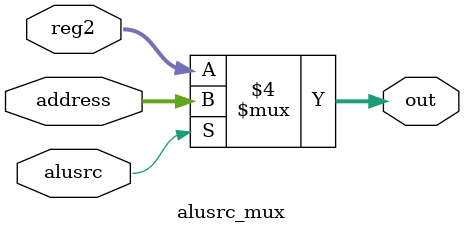
<source format=v>
module alusrc_mux (

	input [63:0] reg2, 
	input [63:0] address,
	input alusrc,
	output reg [63:0] out

);

always @* begin 

	if (alusrc == 0) out <= reg2;
	else out <= address;

end

endmodule
</source>
